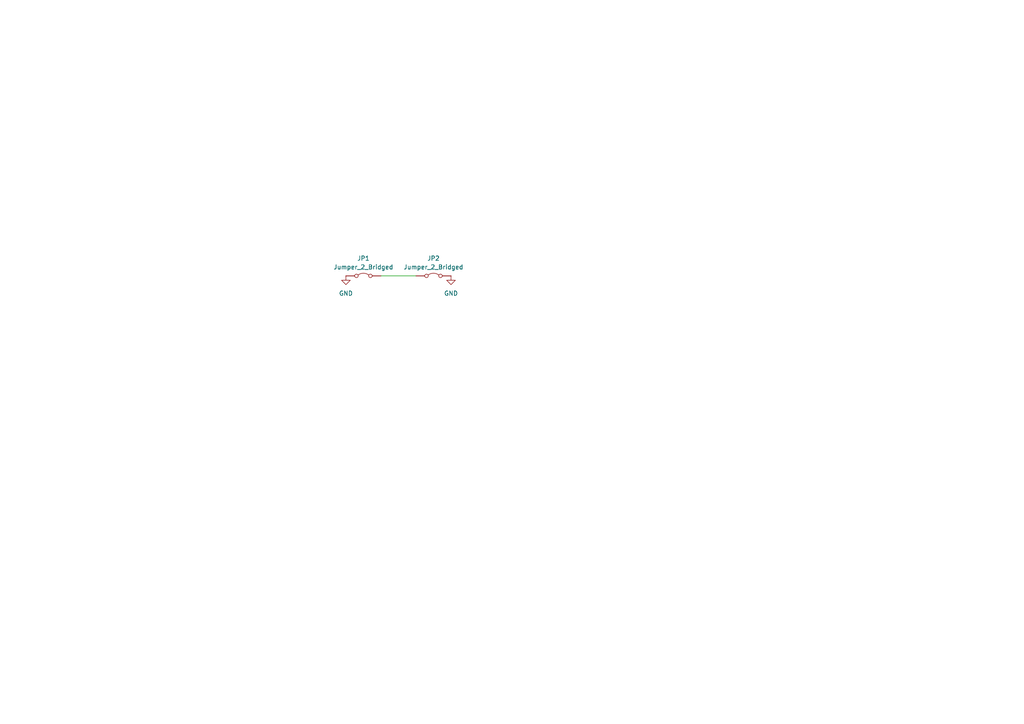
<source format=kicad_sch>
(kicad_sch (version 20231120) (generator "eeschema") (generator_version "8.0")
  (paper "A4")
  (lib_symbols
    (symbol "Jumper:Jumper_2_Bridged" (pin_numbers hide) (pin_names (offset 0) hide) (exclude_from_sim yes)
      (property "Reference" "JP" (at 0 1.905 0))
      (property "Value" "Jumper_2_Bridged" (at 0 -2.54 0))
      (symbol "Jumper_2_Bridged_0_0"
        (circle (center -2.032 0) (radius 0.508))
        (circle (center 2.032 0) (radius 0.508))
      )
      (symbol "Jumper_2_Bridged_0_1"
        (arc (start 1.524 0.254) (mid 0 0.762) (end -1.524 0.254))
      )
      (symbol "Jumper_2_Bridged_1_1"
        (pin passive line (at -5.08 0 0) (length 2.54) (name "A") (number "1"))
        (pin passive line (at 5.08 0 180) (length 2.54) (name "B") (number "2"))
      )
    )
    (symbol "power:GND" (power) (pin_numbers hide) (pin_names (offset 0) hide)
      (property "Value" "GND" (at 0 -3.81 0))
      (symbol "GND_0_1"
        (polyline (pts (xy 0 0) (xy 0 -1.27) (xy 1.27 -1.27) (xy 0 -2.54) (xy -1.27 -1.27) (xy 0 -1.27)))
      )
      (symbol "GND_1_1"
        (pin power_in line (at 0 0 270) (length 0) (name "~") (number "1"))
      )
    )
  )
  (wire (pts (xy 110.49 80.01) (xy 120.65 80.01)))
  (symbol (lib_id "Jumper:Jumper_2_Bridged") (at 105.41 80.01 0) (unit 1) (exclude_from_sim yes)
    (property "Reference" "JP1" (at 105.41 74.93 0))
    (property "Value" "Jumper_2_Bridged" (at 105.41 77.47 0))
    (property "Footprint" "Jumper:SolderJumper-2_P1.3mm_Bridged_RoundedPad1.0x1.5mm" (effects (hide yes)))
    (property "Description" "Jumper, 2-pole, closed/bridged" (effects (hide yes)))
  )
  (symbol (lib_id "power:GND") (at 100.33 80.01 0) (unit 1)
    (property "Reference" "#PWR01" (effects (hide yes)))
    (property "Value" "GND" (at 100.33 85.09 0))
    (property "Description" "Power symbol creates a global label with name \"GND\" , ground" (effects (hide yes)))
  )
  (symbol (lib_id "power:GND") (at 130.81 80.01 0) (unit 1)
    (property "Reference" "#PWR02" (effects (hide yes)))
    (property "Value" "GND" (at 130.81 85.09 0))
    (property "Description" "Power symbol creates a global label with name \"GND\" , ground" (effects (hide yes)))
  )
  (symbol (lib_id "Jumper:Jumper_2_Bridged") (at 125.73 80.01 0) (unit 1) (exclude_from_sim yes)
    (property "Reference" "JP2" (at 125.73 74.93 0))
    (property "Value" "Jumper_2_Bridged" (at 125.73 77.47 0))
    (property "Footprint" "Jumper:SolderJumper-2_P1.3mm_Bridged_RoundedPad1.0x1.5mm" (effects (hide yes)))
    (property "Description" "Jumper, 2-pole, closed/bridged" (effects (hide yes)))
  )
)
</source>
